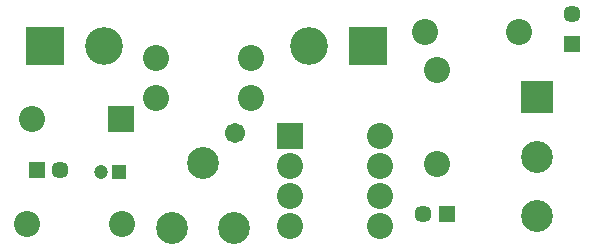
<source format=gts>
G04*
G04 #@! TF.GenerationSoftware,Altium Limited,Altium Designer,21.4.1 (30)*
G04*
G04 Layer_Color=8388736*
%FSLAX44Y44*%
%MOMM*%
G71*
G04*
G04 #@! TF.SameCoordinates,2E2B8C29-9B2C-40C8-8D38-5BE104A605BA*
G04*
G04*
G04 #@! TF.FilePolarity,Negative*
G04*
G01*
G75*
%ADD12R,2.7032X2.7032*%
%ADD13R,3.2032X3.2032*%
%ADD14C,1.7032*%
%ADD15C,1.4532*%
%ADD16R,1.4532X1.4532*%
%ADD17R,1.4532X1.4532*%
%ADD18C,2.2032*%
%ADD19R,2.2032X2.2032*%
%ADD20C,2.7032*%
%ADD21C,3.2032*%
%ADD22C,1.2032*%
%ADD23R,1.2032X1.2032*%
D12*
X468360Y160100D02*
D03*
D13*
X325320Y204080D02*
D03*
X51330D02*
D03*
D14*
X212500Y130000D02*
D03*
D15*
X64610Y99060D02*
D03*
X497570Y230750D02*
D03*
X372000Y61840D02*
D03*
D16*
X44610Y99060D02*
D03*
X392000Y61840D02*
D03*
D17*
X497570Y205350D02*
D03*
D18*
X383270Y103750D02*
D03*
Y183750D02*
D03*
X225790Y159630D02*
D03*
X145790D02*
D03*
Y193920D02*
D03*
X225790D02*
D03*
X335010Y127880D02*
D03*
Y102480D02*
D03*
Y77080D02*
D03*
Y51680D02*
D03*
X258810D02*
D03*
Y77080D02*
D03*
Y102480D02*
D03*
X453120Y215510D02*
D03*
X373120D02*
D03*
X40970Y141850D02*
D03*
X116570Y52950D02*
D03*
X36570D02*
D03*
D19*
X258810Y127880D02*
D03*
X115970Y141850D02*
D03*
D20*
X468360Y160100D02*
D03*
Y110100D02*
D03*
Y60100D02*
D03*
X185420Y104530D02*
D03*
X211670Y49530D02*
D03*
X159170D02*
D03*
D21*
X275320Y204080D02*
D03*
X325320D02*
D03*
X51330D02*
D03*
X101330D02*
D03*
D22*
X99030Y97400D02*
D03*
D23*
X114030Y97400D02*
D03*
M02*

</source>
